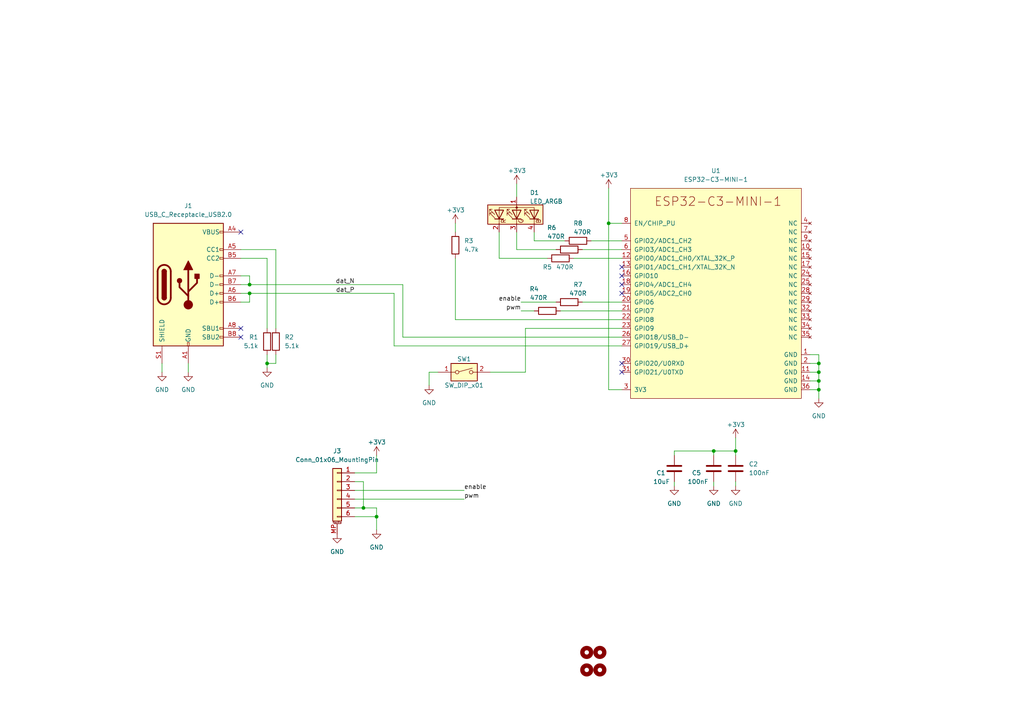
<source format=kicad_sch>
(kicad_sch (version 20211123) (generator eeschema)
  (paper "A4")
  (title_block (title "FumeCube-Ctrl") (date "2022-05-24") (rev "r1.0") (company "Greg Davill <greg.davill@gmail.com>") (comment 3 "OSHW: CERN OHL v1.2") (comment 4 "ESP board"))
  (lib_symbols
    (symbol "Connector:USB_C_Receptacle_USB2.0" (pin_names (offset 1.016))
      (property "Reference" "J" (at -10.16 19.05 0))
      (property "Value" "USB_C_Receptacle_USB2.0" (at 19.05 19.05 0))
      (symbol "USB_C_Receptacle_USB2.0_0_0"
        (rectangle (start -0.254 -17.78) (end 0.254 -16.764))
        (rectangle (start 10.16 -14.986) (end 9.144 -15.494))
        (rectangle (start 10.16 -12.446) (end 9.144 -12.954))
        (rectangle (start 10.16 -4.826) (end 9.144 -5.334))
        (rectangle (start 10.16 -2.286) (end 9.144 -2.794))
        (rectangle (start 10.16 0.254) (end 9.144 -0.254))
        (rectangle (start 10.16 2.794) (end 9.144 2.286))
        (rectangle (start 10.16 7.874) (end 9.144 7.366))
        (rectangle (start 10.16 10.414) (end 9.144 9.906))
        (rectangle (start 10.16 15.494) (end 9.144 14.986))
      )
      (symbol "USB_C_Receptacle_USB2.0_0_1"
        (rectangle (start -10.16 17.78) (end 10.16 -17.78) (stroke (width 0.254)) (fill (type background)))
        (arc (start -8.89 -3.81) (mid -6.985 -5.715) (end -5.08 -3.81) (stroke (width 0.508)))
        (arc (start -7.62 -3.81) (mid -6.985 -4.445) (end -6.35 -3.81) (stroke (width 0.254)))
        (arc (start -7.62 -3.81) (mid -6.985 -4.445) (end -6.35 -3.81) (stroke (width 0.254)) (fill (type outline)))
        (rectangle (start -7.62 -3.81) (end -6.35 3.81) (stroke (width 0.254)) (fill (type outline)))
        (arc (start -6.35 3.81) (mid -6.985 4.445) (end -7.62 3.81) (stroke (width 0.254)))
        (arc (start -6.35 3.81) (mid -6.985 4.445) (end -7.62 3.81) (stroke (width 0.254)) (fill (type outline)))
        (arc (start -5.08 3.81) (mid -6.985 5.715) (end -8.89 3.81) (stroke (width 0.508)))
        (circle (center -2.54 1.143) (radius 0.635) (stroke (width 0.254)) (fill (type outline)))
        (circle (center 0 -5.842) (radius 1.27) (fill (type outline)))
        (polyline (pts (xy -8.89 -3.81) (xy -8.89 3.81)) (stroke (width 0.508)))
        (polyline (pts (xy -5.08 3.81) (xy -5.08 -3.81)) (stroke (width 0.508)))
        (polyline (pts (xy 0 -5.842) (xy 0 4.318)) (stroke (width 0.508)))
        (polyline (pts (xy 0 -3.302) (xy -2.54 -0.762) (xy -2.54 0.508)) (stroke (width 0.508)))
        (polyline (pts (xy 0 -2.032) (xy 2.54 0.508) (xy 2.54 1.778)) (stroke (width 0.508)))
        (polyline (pts (xy -1.27 4.318) (xy 0 6.858) (xy 1.27 4.318) (xy -1.27 4.318)) (stroke (width 0.254)) (fill (type outline)))
        (rectangle (start 1.905 1.778) (end 3.175 3.048) (stroke (width 0.254)) (fill (type outline)))
      )
      (symbol "USB_C_Receptacle_USB2.0_1_1"
        (pin passive line (at 0 -22.86 90) (length 5.08) (name "GND") (number "A1"))
        (pin passive line (at 0 -22.86 90) (length 5.08) hide (name "GND") (number "A12"))
        (pin passive line (at 15.24 15.24 180) (length 5.08) (name "VBUS") (number "A4"))
        (pin bidirectional line (at 15.24 10.16 180) (length 5.08) (name "CC1") (number "A5"))
        (pin bidirectional line (at 15.24 -2.54 180) (length 5.08) (name "D+") (number "A6"))
        (pin bidirectional line (at 15.24 2.54 180) (length 5.08) (name "D-") (number "A7"))
        (pin bidirectional line (at 15.24 -12.7 180) (length 5.08) (name "SBU1") (number "A8"))
        (pin passive line (at 15.24 15.24 180) (length 5.08) hide (name "VBUS") (number "A9"))
        (pin passive line (at 0 -22.86 90) (length 5.08) hide (name "GND") (number "B1"))
        (pin passive line (at 0 -22.86 90) (length 5.08) hide (name "GND") (number "B12"))
        (pin passive line (at 15.24 15.24 180) (length 5.08) hide (name "VBUS") (number "B4"))
        (pin bidirectional line (at 15.24 7.62 180) (length 5.08) (name "CC2") (number "B5"))
        (pin bidirectional line (at 15.24 -5.08 180) (length 5.08) (name "D+") (number "B6"))
        (pin bidirectional line (at 15.24 0 180) (length 5.08) (name "D-") (number "B7"))
        (pin bidirectional line (at 15.24 -15.24 180) (length 5.08) (name "SBU2") (number "B8"))
        (pin passive line (at 15.24 15.24 180) (length 5.08) hide (name "VBUS") (number "B9"))
        (pin passive line (at -7.62 -22.86 90) (length 5.08) (name "SHIELD") (number "S1"))
      )
    )
    (symbol "Connector_Generic_MountingPin:Conn_01x06_MountingPin" (pin_names (offset 1.016) hide)
      (property "Reference" "J" (at 0 7.62 0))
      (property "Value" "Conn_01x06_MountingPin" (at 1.27 -10.16 0))
      (symbol "Conn_01x06_MountingPin_1_1"
        (rectangle (start -1.27 -7.493) (end 0 -7.747) (stroke (width 0.1524)))
        (rectangle (start -1.27 -4.953) (end 0 -5.207) (stroke (width 0.1524)))
        (rectangle (start -1.27 -2.413) (end 0 -2.667) (stroke (width 0.1524)))
        (rectangle (start -1.27 0.127) (end 0 -0.127) (stroke (width 0.1524)))
        (rectangle (start -1.27 2.667) (end 0 2.413) (stroke (width 0.1524)))
        (rectangle (start -1.27 5.207) (end 0 4.953) (stroke (width 0.1524)))
        (rectangle (start -1.27 6.35) (end 1.27 -8.89) (stroke (width 0.254)) (fill (type background)))
        (polyline (pts (xy -1.016 -9.652) (xy 1.016 -9.652)) (stroke (width 0.1524)))
        (text "Mounting" (at 0 -9.271 0) (effects (font (size 0.381 0.381))))
        (pin passive line (at -5.08 5.08 0) (length 3.81) (name "Pin_1") (number "1"))
        (pin passive line (at -5.08 2.54 0) (length 3.81) (name "Pin_2") (number "2"))
        (pin passive line (at -5.08 0 0) (length 3.81) (name "Pin_3") (number "3"))
        (pin passive line (at -5.08 -2.54 0) (length 3.81) (name "Pin_4") (number "4"))
        (pin passive line (at -5.08 -5.08 0) (length 3.81) (name "Pin_5") (number "5"))
        (pin passive line (at -5.08 -7.62 0) (length 3.81) (name "Pin_6") (number "6"))
        (pin passive line (at 0 -12.7 90) (length 3.048) (name "MountPin") (number "MP"))
      )
    )
    (symbol "Device:C" (pin_numbers hide) (pin_names (offset 0.254))
      (property "Reference" "C" (at 0.635 2.54 0))
      (property "Value" "C" (at 0.635 -2.54 0))
      (symbol "C_0_1"
        (polyline (pts (xy -2.032 -0.762) (xy 2.032 -0.762)) (stroke (width 0.508)))
        (polyline (pts (xy -2.032 0.762) (xy 2.032 0.762)) (stroke (width 0.508)))
      )
      (symbol "C_1_1"
        (pin passive line (at 0 3.81 270) (length 2.794) (name "~") (number "1"))
        (pin passive line (at 0 -3.81 90) (length 2.794) (name "~") (number "2"))
      )
    )
    (symbol "Device:LED_ARGB" (pin_names (offset 0) hide)
      (property "Reference" "D" (at 0 9.398 0))
      (property "Value" "LED_ARGB" (at 0 -8.89 0))
      (symbol "LED_ARGB_0_0"
        (text "B" (at -1.905 -6.35 0) (effects (font (size 1.27 1.27))))
        (text "G" (at -1.905 -1.27 0) (effects (font (size 1.27 1.27))))
        (text "R" (at -1.905 3.81 0) (effects (font (size 1.27 1.27))))
      )
      (symbol "LED_ARGB_0_1"
        (polyline (pts (xy -1.27 -5.08) (xy -2.54 -5.08)))
        (polyline (pts (xy -1.27 -5.08) (xy 1.27 -5.08)))
        (polyline (pts (xy -1.27 -3.81) (xy -1.27 -6.35)) (stroke (width 0.254)))
        (polyline (pts (xy -1.27 0) (xy -2.54 0)))
        (polyline (pts (xy -1.27 1.27) (xy -1.27 -1.27)) (stroke (width 0.254)))
        (polyline (pts (xy -1.27 5.08) (xy -2.54 5.08)))
        (polyline (pts (xy -1.27 5.08) (xy 1.27 5.08)))
        (polyline (pts (xy -1.27 6.35) (xy -1.27 3.81)) (stroke (width 0.254)))
        (polyline (pts (xy 1.27 0) (xy -1.27 0)))
        (polyline (pts (xy 1.27 0) (xy 2.54 0)))
        (polyline (pts (xy -1.27 1.27) (xy -1.27 -1.27) (xy -1.27 -1.27)))
        (polyline (pts (xy -1.27 6.35) (xy -1.27 3.81) (xy -1.27 3.81)))
        (polyline (pts (xy 1.27 -5.08) (xy 2.032 -5.08) (xy 2.032 5.08) (xy 1.27 5.08)))
        (polyline (pts (xy 1.27 -3.81) (xy 1.27 -6.35) (xy -1.27 -5.08) (xy 1.27 -3.81)) (stroke (width 0.254)))
        (polyline (pts (xy 1.27 1.27) (xy 1.27 -1.27) (xy -1.27 0) (xy 1.27 1.27)) (stroke (width 0.254)))
        (polyline (pts (xy 1.27 6.35) (xy 1.27 3.81) (xy -1.27 5.08) (xy 1.27 6.35)) (stroke (width 0.254)))
        (polyline (pts (xy -1.016 -3.81) (xy 0.508 -2.286) (xy -0.254 -2.286) (xy 0.508 -2.286) (xy 0.508 -3.048)))
        (polyline (pts (xy -1.016 1.27) (xy 0.508 2.794) (xy -0.254 2.794) (xy 0.508 2.794) (xy 0.508 2.032)))
        (polyline (pts (xy -1.016 6.35) (xy 0.508 7.874) (xy -0.254 7.874) (xy 0.508 7.874) (xy 0.508 7.112)))
        (polyline (pts (xy 0 -3.81) (xy 1.524 -2.286) (xy 0.762 -2.286) (xy 1.524 -2.286) (xy 1.524 -3.048)))
        (polyline (pts (xy 0 1.27) (xy 1.524 2.794) (xy 0.762 2.794) (xy 1.524 2.794) (xy 1.524 2.032)))
        (polyline (pts (xy 0 6.35) (xy 1.524 7.874) (xy 0.762 7.874) (xy 1.524 7.874) (xy 1.524 7.112)))
        (rectangle (start 1.27 -1.27) (end 1.27 1.27))
        (rectangle (start 1.27 1.27) (end 1.27 1.27))
        (rectangle (start 1.27 3.81) (end 1.27 6.35))
        (rectangle (start 1.27 6.35) (end 1.27 6.35))
        (circle (center 2.032 0) (radius 0.254) (fill (type outline)))
        (rectangle (start 2.794 8.382) (end -2.794 -7.62) (stroke (width 0.254)) (fill (type background)))
      )
      (symbol "LED_ARGB_1_1"
        (pin passive line (at 5.08 0 180) (length 2.54) (name "A") (number "1"))
        (pin passive line (at -5.08 5.08 0) (length 2.54) (name "RK") (number "2"))
        (pin passive line (at -5.08 0 0) (length 2.54) (name "GK") (number "3"))
        (pin passive line (at -5.08 -5.08 0) (length 2.54) (name "BK") (number "4"))
      )
    )
    (symbol "Device:R" (pin_numbers hide) (pin_names (offset 0))
      (property "Reference" "R" (at 2.032 0 90))
      (property "Value" "R" (at 0 0 90))
      (symbol "R_0_1"
        (rectangle (start -1.016 -2.54) (end 1.016 2.54) (stroke (width 0.254)))
      )
      (symbol "R_1_1"
        (pin passive line (at 0 3.81 270) (length 1.27) (name "~") (number "1"))
        (pin passive line (at 0 -3.81 90) (length 1.27) (name "~") (number "2"))
      )
    )
    (symbol "Mechanical:MountingHole" (pin_names (offset 1.016))
      (property "Reference" "H" (at 0 5.08 0))
      (property "Value" "MountingHole" (at 0 3.175 0))
      (symbol "MountingHole_0_1"
        (circle (center 0 0) (radius 1.27) (stroke (width 1.27)))
      )
    )
    (symbol "Switch:SW_DIP_x01" (pin_names (offset 0) hide)
      (property "Reference" "SW" (at 0 3.81 0))
      (property "Value" "SW_DIP_x01" (at 0 -3.81 0))
      (symbol "SW_DIP_x01_0_0"
        (circle (center -2.032 0) (radius 0.508))
        (polyline (pts (xy -1.524 0.127) (xy 2.3622 1.1684)))
        (circle (center 2.032 0) (radius 0.508))
      )
      (symbol "SW_DIP_x01_0_1"
        (rectangle (start -3.81 2.54) (end 3.81 -2.54) (stroke (width 0.254)) (fill (type background)))
      )
      (symbol "SW_DIP_x01_1_1"
        (pin passive line (at -7.62 0 0) (length 5.08) (name "~") (number "1"))
        (pin passive line (at 7.62 0 180) (length 5.08) (name "~") (number "2"))
      )
    )
    (symbol "lib:ESP32-C3-MINI-1" (pin_names (offset 1.016))
      (property "Reference" "U" (at 0 33.02 0))
      (property "Value" "ESP32-C3-MINI-1" (at 0 -30.48 0))
      (symbol "ESP32-C3-MINI-1_0_0"
        (text "ESP32-C3-MINI-1" (at 1.27 27.94 0) (effects (font (size 2.54 2.54))))
      )
      (symbol "ESP32-C3-MINI-1_0_1"
        (rectangle (start -24.13 31.75) (end 25.4 -29.21) (fill (type background)))
      )
      (symbol "ESP32-C3-MINI-1_1_1"
        (pin power_in line (at 27.94 -16.51 180) (length 2.54) (name "GND") (number "1"))
        (pin no_connect line (at 27.94 13.97 180) (length 2.54) (name "NC") (number "10"))
        (pin power_in line (at 27.94 -21.59 180) (length 2.54) (name "GND") (number "11"))
        (pin bidirectional line (at -26.67 11.43 0) (length 2.54) (name "GPIO0/ADC1_CH0/XTAL_32K_P") (number "12"))
        (pin bidirectional line (at -26.67 8.89 0) (length 2.54) (name "GPIO1/ADC1_CH1/XTAL_32K_N") (number "13"))
        (pin power_in line (at 27.94 -24.13 180) (length 2.54) (name "GND") (number "14"))
        (pin no_connect line (at 27.94 11.43 180) (length 2.54) (name "NC") (number "15"))
        (pin bidirectional line (at -26.67 6.35 0) (length 2.54) (name "GPIO10") (number "16"))
        (pin no_connect line (at 27.94 8.89 180) (length 2.54) (name "NC") (number "17"))
        (pin bidirectional line (at -26.67 3.81 0) (length 2.54) (name "GPIO4/ADC1_CH4") (number "18"))
        (pin bidirectional line (at -26.67 1.27 0) (length 2.54) (name "GPIO5/ADC2_CH0") (number "19"))
        (pin power_in line (at 27.94 -19.05 180) (length 2.54) (name "GND") (number "2"))
        (pin bidirectional line (at -26.67 -1.27 0) (length 2.54) (name "GPIO6") (number "20"))
        (pin bidirectional line (at -26.67 -3.81 0) (length 2.54) (name "GPIO7") (number "21"))
        (pin bidirectional line (at -26.67 -6.35 0) (length 2.54) (name "GPIO8") (number "22"))
        (pin bidirectional line (at -26.67 -8.89 0) (length 2.54) (name "GPIO9") (number "23"))
        (pin no_connect line (at 27.94 6.35 180) (length 2.54) (name "NC") (number "24"))
        (pin no_connect line (at 27.94 3.81 180) (length 2.54) (name "NC") (number "25"))
        (pin bidirectional line (at -26.67 -11.43 0) (length 2.54) (name "GPIO18/USB_D-") (number "26"))
        (pin bidirectional line (at -26.67 -13.97 0) (length 2.54) (name "GPIO19/USB_D+") (number "27"))
        (pin no_connect line (at 27.94 1.27 180) (length 2.54) (name "NC") (number "28"))
        (pin no_connect line (at 27.94 -1.27 180) (length 2.54) (name "NC") (number "29"))
        (pin power_in line (at -26.67 -26.67 0) (length 2.54) (name "3V3") (number "3"))
        (pin bidirectional line (at -26.67 -19.05 0) (length 2.54) (name "GPIO20/U0RXD") (number "30"))
        (pin bidirectional line (at -26.67 -21.59 0) (length 2.54) (name "GPIO21/U0TXD") (number "31"))
        (pin no_connect line (at 27.94 -3.81 180) (length 2.54) (name "NC") (number "32"))
        (pin no_connect line (at 27.94 -6.35 180) (length 2.54) (name "NC") (number "33"))
        (pin no_connect line (at 27.94 -8.89 180) (length 2.54) (name "NC") (number "34"))
        (pin no_connect line (at 27.94 -11.43 180) (length 2.54) (name "NC") (number "35"))
        (pin power_in line (at 27.94 -26.67 180) (length 2.54) (name "GND") (number "36"))
        (pin no_connect line (at 27.94 21.59 180) (length 2.54) (name "NC") (number "4"))
        (pin bidirectional line (at -26.67 16.51 0) (length 2.54) (name "GPIO2/ADC1_CH2") (number "5"))
        (pin bidirectional line (at -26.67 13.97 0) (length 2.54) (name "GPIO3/ADC1_CH3") (number "6"))
        (pin no_connect line (at 27.94 19.05 180) (length 2.54) (name "NC") (number "7"))
        (pin input line (at -26.67 21.59 0) (length 2.54) (name "EN/CHIP_PU") (number "8"))
        (pin no_connect line (at 27.94 16.51 180) (length 2.54) (name "NC") (number "9"))
      )
    )
    (symbol "power:+3V3" (power) (pin_names (offset 0))
      (property "Value" "+3V3" (at 0 3.556 0))
      (symbol "+3V3_0_1"
        (polyline (pts (xy -0.762 1.27) (xy 0 2.54)))
        (polyline (pts (xy 0 0) (xy 0 2.54)))
        (polyline (pts (xy 0 2.54) (xy 0.762 1.27)))
      )
      (symbol "+3V3_1_1"
        (pin power_in line (at 0 0 90) (length 0) hide (name "+3V3") (number "1"))
      )
    )
    (symbol "power:GND" (power) (pin_names (offset 0))
      (property "Value" "GND" (at 0 -3.81 0))
      (symbol "GND_0_1"
        (polyline (pts (xy 0 0) (xy 0 -1.27) (xy 1.27 -1.27) (xy 0 -2.54) (xy -1.27 -1.27) (xy 0 -1.27)))
      )
      (symbol "GND_1_1"
        (pin power_in line (at 0 0 270) (length 0) hide (name "GND") (number "1"))
      )
    )
  )
  (junction (at 72.39 82.55))
  (junction (at 237.49 105.41))
  (junction (at 72.39 85.09))
  (junction (at 105.41 147.32))
  (junction (at 237.49 113.03))
  (junction (at 207.01 130.81))
  (junction (at 77.47 105.41))
  (junction (at 213.36 130.81))
  (junction (at 176.53 64.77))
  (junction (at 237.49 110.49))
  (junction (at 109.22 149.86))
  (junction (at 237.49 107.95))
  (no_connect (at 180.34 85.09))
  (no_connect (at 180.34 82.55))
  (no_connect (at 180.34 80.01))
  (no_connect (at 180.34 77.47))
  (no_connect (at 180.34 107.95))
  (no_connect (at 180.34 105.41))
  (no_connect (at 69.85 67.31))
  (no_connect (at 69.85 97.79))
  (no_connect (at 69.85 95.25))
  (wire (pts (xy 213.36 130.81) (xy 213.36 132.08)))
  (wire (pts (xy 237.49 105.41) (xy 237.49 107.95)))
  (wire (pts (xy 158.75 74.93) (xy 144.78 74.93)))
  (wire (pts (xy 195.58 139.7) (xy 195.58 140.97)))
  (wire (pts (xy 154.94 69.85) (xy 163.83 69.85)))
  (wire (pts (xy 77.47 105.41) (xy 77.47 106.68)))
  (wire (pts (xy 180.34 74.93) (xy 166.37 74.93)))
  (wire (pts (xy 180.34 72.39) (xy 168.91 72.39)))
  (wire (pts (xy 109.22 147.32) (xy 109.22 149.86)))
  (wire (pts (xy 152.4 95.25) (xy 152.4 107.95)))
  (wire (pts (xy 80.01 105.41) (xy 77.47 105.41)))
  (wire (pts (xy 207.01 130.81) (xy 207.01 132.08)))
  (wire (pts (xy 132.08 92.71) (xy 132.08 74.93)))
  (wire (pts (xy 132.08 64.77) (xy 132.08 67.31)))
  (wire (pts (xy 161.29 72.39) (xy 149.86 72.39)))
  (wire (pts (xy 102.87 149.86) (xy 109.22 149.86)))
  (wire (pts (xy 102.87 142.24) (xy 134.62 142.24)))
  (wire (pts (xy 72.39 85.09) (xy 69.85 85.09)))
  (wire (pts (xy 116.84 97.79) (xy 116.84 82.55)))
  (wire (pts (xy 180.34 113.03) (xy 176.53 113.03)))
  (wire (pts (xy 72.39 87.63) (xy 72.39 85.09)))
  (wire (pts (xy 109.22 149.86) (xy 109.22 153.67)))
  (wire (pts (xy 72.39 85.09) (xy 114.3 85.09)))
  (wire (pts (xy 77.47 74.93) (xy 77.47 95.25)))
  (wire (pts (xy 195.58 130.81) (xy 195.58 132.08)))
  (wire (pts (xy 234.95 105.41) (xy 237.49 105.41)))
  (wire (pts (xy 180.34 97.79) (xy 116.84 97.79)))
  (wire (pts (xy 80.01 72.39) (xy 80.01 95.25)))
  (wire (pts (xy 152.4 107.95) (xy 142.24 107.95)))
  (wire (pts (xy 237.49 107.95) (xy 237.49 110.49)))
  (wire (pts (xy 149.86 72.39) (xy 149.86 67.31)))
  (wire (pts (xy 180.34 95.25) (xy 152.4 95.25)))
  (wire (pts (xy 207.01 130.81) (xy 213.36 130.81)))
  (wire (pts (xy 151.13 87.63) (xy 161.29 87.63)))
  (wire (pts (xy 162.56 90.17) (xy 180.34 90.17)))
  (wire (pts (xy 69.85 72.39) (xy 80.01 72.39)))
  (wire (pts (xy 46.99 105.41) (xy 46.99 107.95)))
  (wire (pts (xy 77.47 102.87) (xy 77.47 105.41)))
  (wire (pts (xy 102.87 144.78) (xy 134.62 144.78)))
  (wire (pts (xy 213.36 139.7) (xy 213.36 140.97)))
  (wire (pts (xy 69.85 74.93) (xy 77.47 74.93)))
  (wire (pts (xy 234.95 110.49) (xy 237.49 110.49)))
  (wire (pts (xy 69.85 87.63) (xy 72.39 87.63)))
  (wire (pts (xy 237.49 110.49) (xy 237.49 113.03)))
  (wire (pts (xy 69.85 80.01) (xy 72.39 80.01)))
  (wire (pts (xy 207.01 139.7) (xy 207.01 140.97)))
  (wire (pts (xy 127 107.95) (xy 124.46 107.95)))
  (wire (pts (xy 180.34 64.77) (xy 176.53 64.77)))
  (wire (pts (xy 109.22 137.16) (xy 109.22 132.08)))
  (wire (pts (xy 102.87 137.16) (xy 109.22 137.16)))
  (wire (pts (xy 72.39 80.01) (xy 72.39 82.55)))
  (wire (pts (xy 151.13 90.17) (xy 154.94 90.17)))
  (wire (pts (xy 72.39 82.55) (xy 69.85 82.55)))
  (wire (pts (xy 234.95 107.95) (xy 237.49 107.95)))
  (wire (pts (xy 195.58 130.81) (xy 207.01 130.81)))
  (wire (pts (xy 154.94 67.31) (xy 154.94 69.85)))
  (wire (pts (xy 176.53 64.77) (xy 176.53 54.61)))
  (wire (pts (xy 237.49 102.87) (xy 237.49 105.41)))
  (wire (pts (xy 105.41 139.7) (xy 105.41 147.32)))
  (wire (pts (xy 114.3 100.33) (xy 180.34 100.33)))
  (wire (pts (xy 168.91 87.63) (xy 180.34 87.63)))
  (wire (pts (xy 114.3 85.09) (xy 114.3 100.33)))
  (wire (pts (xy 234.95 102.87) (xy 237.49 102.87)))
  (wire (pts (xy 171.45 69.85) (xy 180.34 69.85)))
  (wire (pts (xy 213.36 127) (xy 213.36 130.81)))
  (wire (pts (xy 237.49 113.03) (xy 237.49 115.57)))
  (wire (pts (xy 144.78 74.93) (xy 144.78 67.31)))
  (wire (pts (xy 54.61 105.41) (xy 54.61 107.95)))
  (wire (pts (xy 176.53 113.03) (xy 176.53 64.77)))
  (wire (pts (xy 105.41 147.32) (xy 109.22 147.32)))
  (wire (pts (xy 80.01 102.87) (xy 80.01 105.41)))
  (wire (pts (xy 149.86 53.34) (xy 149.86 57.15)))
  (wire (pts (xy 234.95 113.03) (xy 237.49 113.03)))
  (wire (pts (xy 180.34 92.71) (xy 132.08 92.71)))
  (wire (pts (xy 102.87 139.7) (xy 105.41 139.7)))
  (wire (pts (xy 116.84 82.55) (xy 72.39 82.55)))
  (wire (pts (xy 102.87 147.32) (xy 105.41 147.32)))
  (wire (pts (xy 124.46 107.95) (xy 124.46 111.76)))
  (label "pwm" (at 151.13 90.17 180))
  (label "pwm" (at 134.62 144.78 0))
  (label "dat_N" (at 102.87 82.55 180))
  (label "enable" (at 151.13 87.63 180))
  (label "enable" (at 134.62 142.24 0))
  (label "dat_P" (at 102.87 85.09 180))
  (symbol (lib_id "power:GND") (at 195.58 140.97 0) (unit 1)
    (property "Reference" "#PWR0102" (effects hide))
    (property "Value" "GND" (at 195.58 146.05 0))
  )
  (symbol (lib_id "power:GND") (at 46.99 107.95 0) (unit 1)
    (property "Reference" "#PWR0108" (effects hide))
    (property "Value" "GND" (at 46.99 113.03 0))
  )
  (symbol (lib_id "lib:ESP32-C3-MINI-1") (at 207.01 86.36 0) (unit 1)
    (property "Reference" "U1" (at 207.645 49.53 0))
    (property "Value" "ESP32-C3-MINI-1" (at 207.645 52.07 0))
    (property "Footprint" "lib:ESP32-C3-MINI-1" (effects hide))
    (property "Datasheet" "https://www.espressif.com/sites/default/files/documentation/esp32-c3-mini-1_datasheet_en.pdf" (effects hide))
  )
  (symbol (lib_id "Mechanical:MountingHole") (at 173.99 189.23 0) (unit 1) (in_bom no)
    (property "Reference" "H3" (effects hide))
    (property "Value" "MountingHole_Pad" (effects hide))
    (property "Footprint" "MountingHole:MountingHole_2.2mm_M2_ISO7380" (effects hide))
  )
  (symbol (lib_id "power:+3V3") (at 149.86 53.34 0) (unit 1)
    (property "Reference" "#PWR0104" (effects hide))
    (property "Value" "+3V3" (at 149.9362 49.5046 0))
  )
  (symbol (lib_id "Device:C") (at 195.58 135.89 0) (mirror y) (unit 1)
    (property "Reference" "C1" (at 193.04 137.16 0) (effects (justify left)))
    (property "Value" "10uF" (at 194.31 139.7 0) (effects (justify left)))
    (property "Footprint" "Capacitor_SMD:C_0603_1608Metric" (effects hide))
    (property "Mfg" "Yageo" (effects hide))
  )
  (symbol (lib_id "power:GND") (at 124.46 111.76 0) (unit 1)
    (property "Reference" "#PWR0106" (effects hide))
    (property "Value" "GND" (at 124.46 116.84 0))
  )
  (symbol (lib_id "power:GND") (at 109.22 153.67 0) (unit 1)
    (property "Reference" "#PWR0114" (effects hide))
    (property "Value" "GND" (at 109.22 158.75 0))
  )
  (symbol (lib_id "Device:R") (at 165.1 87.63 90) (unit 1)
    (property "Reference" "R7" (at 167.64 82.55 90))
    (property "Value" "470R" (at 167.64 85.09 90))
    (property "Footprint" "Resistor_SMD:R_0402_1005Metric" (effects hide))
  )
  (symbol (lib_id "Mechanical:MountingHole") (at 170.18 194.31 0) (unit 1) (in_bom no)
    (property "Reference" "H2" (effects hide))
    (property "Value" "MountingHole_Pad" (effects hide))
    (property "Footprint" "MountingHole:MountingHole_2.2mm_M2_ISO7380" (effects hide))
  )
  (symbol (lib_id "Mechanical:MountingHole") (at 170.18 189.23 0) (unit 1) (in_bom no)
    (property "Reference" "H1" (effects hide))
    (property "Value" "MountingHole_Pad" (effects hide))
    (property "Footprint" "MountingHole:MountingHole_2.2mm_M2_ISO7380" (effects hide))
  )
  (symbol (lib_id "Device:R") (at 77.47 99.06 0) (unit 1)
    (property "Reference" "R1" (at 74.93 97.7899 0) (effects (justify right)))
    (property "Value" "5.1k" (at 74.93 100.3299 0) (effects (justify right)))
    (property "Footprint" "Resistor_SMD:R_0402_1005Metric" (effects hide))
  )
  (symbol (lib_id "Device:R") (at 165.1 72.39 90) (unit 1)
    (property "Reference" "R6" (at 160.02 66.04 90))
    (property "Value" "470R" (at 161.29 68.58 90))
    (property "Footprint" "Resistor_SMD:R_0402_1005Metric" (effects hide))
  )
  (symbol (lib_id "power:GND") (at 54.61 107.95 0) (unit 1)
    (property "Reference" "#PWR0109" (effects hide))
    (property "Value" "GND" (at 54.61 113.03 0))
  )
  (symbol (lib_id "Device:R") (at 132.08 71.12 0) (unit 1)
    (property "Reference" "R3" (at 134.62 69.8499 0) (effects (justify left)))
    (property "Value" "4.7k" (at 134.62 72.3899 0) (effects (justify left)))
    (property "Footprint" "Resistor_SMD:R_0402_1005Metric" (effects hide))
  )
  (symbol (lib_id "Connector:USB_C_Receptacle_USB2.0") (at 54.61 82.55 0) (unit 1)
    (property "Reference" "J1" (at 54.61 59.69 0))
    (property "Value" "USB_C_Receptacle_USB2.0" (at 54.61 62.23 0))
    (property "Footprint" "Connector_USB:USB_C_Receptacle_HRO_TYPE-C-31-M-12" (effects hide))
    (property "Datasheet" "https://www.usb.org/sites/default/files/documents/usb_type-c.zip" (effects hide))
  )
  (symbol (lib_id "power:+3V3") (at 132.08 64.77 0) (unit 1)
    (property "Reference" "#PWR0105" (effects hide))
    (property "Value" "+3V3" (at 132.1562 60.9346 0))
  )
  (symbol (lib_id "Device:R") (at 162.56 74.93 90) (unit 1)
    (property "Reference" "R5" (at 158.75 77.47 90))
    (property "Value" "470R" (at 163.83 77.47 90))
    (property "Footprint" "Resistor_SMD:R_0402_1005Metric" (effects hide))
  )
  (symbol (lib_id "Device:R") (at 80.01 99.06 0) (unit 1)
    (property "Reference" "R2" (at 82.55 97.7899 0) (effects (justify left)))
    (property "Value" "5.1k" (at 82.55 100.3299 0) (effects (justify left)))
    (property "Footprint" "Resistor_SMD:R_0402_1005Metric" (effects hide))
  )
  (symbol (lib_id "Device:C") (at 207.01 135.89 0) (mirror y) (unit 1)
    (property "Reference" "C5" (at 200.66 137.16 0) (effects (justify right)))
    (property "Value" "100nF" (at 199.39 139.7 0) (effects (justify right)))
    (property "Footprint" "Capacitor_SMD:C_0402_1005Metric" (effects hide))
    (property "Mfg" "Yageo" (effects hide))
  )
  (symbol (lib_id "power:GND") (at 97.79 154.94 0) (unit 1)
    (property "Reference" "#PWR0115" (effects hide))
    (property "Value" "GND" (at 97.79 160.02 0))
  )
  (symbol (lib_id "power:GND") (at 237.49 115.57 0) (unit 1)
    (property "Reference" "#PWR0101" (effects hide))
    (property "Value" "GND" (at 237.49 120.65 0))
  )
  (symbol (lib_id "Device:LED_ARGB") (at 149.86 62.23 90) (unit 1)
    (property "Reference" "D1" (at 153.67 55.88 90) (effects (justify right)))
    (property "Value" "LED_ARGB" (at 153.67 58.42 90) (effects (justify right)))
    (property "Footprint" "lib:0404LED_RGB" (effects hide))
  )
  (symbol (lib_id "Device:R") (at 167.64 69.85 90) (unit 1)
    (property "Reference" "R8" (at 167.64 64.77 90))
    (property "Value" "470R" (at 168.91 67.31 90))
    (property "Footprint" "Resistor_SMD:R_0402_1005Metric" (effects hide))
  )
  (symbol (lib_id "power:GND") (at 77.47 106.68 0) (unit 1)
    (property "Reference" "#PWR0107" (effects hide))
    (property "Value" "GND" (at 77.47 111.76 0))
  )
  (symbol (lib_id "Device:R") (at 158.75 90.17 90) (unit 1)
    (property "Reference" "R4" (at 154.94 83.82 90))
    (property "Value" "470R" (at 156.21 86.36 90))
    (property "Footprint" "Resistor_SMD:R_0402_1005Metric" (effects hide))
  )
  (symbol (lib_id "Mechanical:MountingHole") (at 173.99 194.31 0) (unit 1) (in_bom no)
    (property "Reference" "H4" (effects hide))
    (property "Value" "MountingHole_Pad" (effects hide))
    (property "Footprint" "MountingHole:MountingHole_2.2mm_M2_ISO7380" (effects hide))
  )
  (symbol (lib_id "power:GND") (at 213.36 140.97 0) (unit 1)
    (property "Reference" "#PWR0124" (effects hide))
    (property "Value" "GND" (at 213.36 146.05 0))
  )
  (symbol (lib_id "power:GND") (at 207.01 140.97 0) (unit 1)
    (property "Reference" "#PWR0122" (effects hide))
    (property "Value" "GND" (at 207.01 146.05 0))
  )
  (symbol (lib_id "Switch:SW_DIP_x01") (at 134.62 107.95 0) (unit 1)
    (property "Reference" "SW1" (at 134.62 104.14 0))
    (property "Value" "SW_DIP_x01" (at 134.62 111.76 0))
    (property "Footprint" "Button_Switch_SMD:SW_SPST_PTS810" (effects hide))
  )
  (symbol (lib_id "power:+3V3") (at 213.36 127 0) (unit 1)
    (property "Reference" "#PWR0123" (effects hide))
    (property "Value" "+3V3" (at 213.4362 123.1646 0))
  )
  (symbol (lib_id "power:+3V3") (at 176.53 54.61 0) (unit 1)
    (property "Reference" "#PWR0103" (effects hide))
    (property "Value" "+3V3" (at 176.6062 50.7746 0))
  )
  (symbol (lib_id "power:+3V3") (at 109.22 132.08 0) (unit 1)
    (property "Reference" "#PWR0117" (effects hide))
    (property "Value" "+3V3" (at 109.2962 128.2446 0))
  )
  (symbol (lib_id "Device:C") (at 213.36 135.89 0) (mirror y) (unit 1)
    (property "Reference" "C2" (at 217.17 134.6199 0) (effects (justify right)))
    (property "Value" "100nF" (at 217.17 137.1599 0) (effects (justify right)))
    (property "Footprint" "Capacitor_SMD:C_0402_1005Metric" (effects hide))
    (property "Mfg" "Yageo" (effects hide))
  )
  (symbol (lib_id "Connector_Generic_MountingPin:Conn_01x06_MountingPin") (at 97.79 142.24 0) (mirror y) (unit 1)
    (property "Reference" "J3" (at 97.79 130.81 0))
    (property "Value" "Conn_01x06_MountingPin" (at 97.79 133.35 0))
    (property "Footprint" "lib:Hirose_FH34SRJ-6S-0.5SH_1x6-1MP_P0.50mm_Horizontal" (effects hide))
  )
)
</source>
